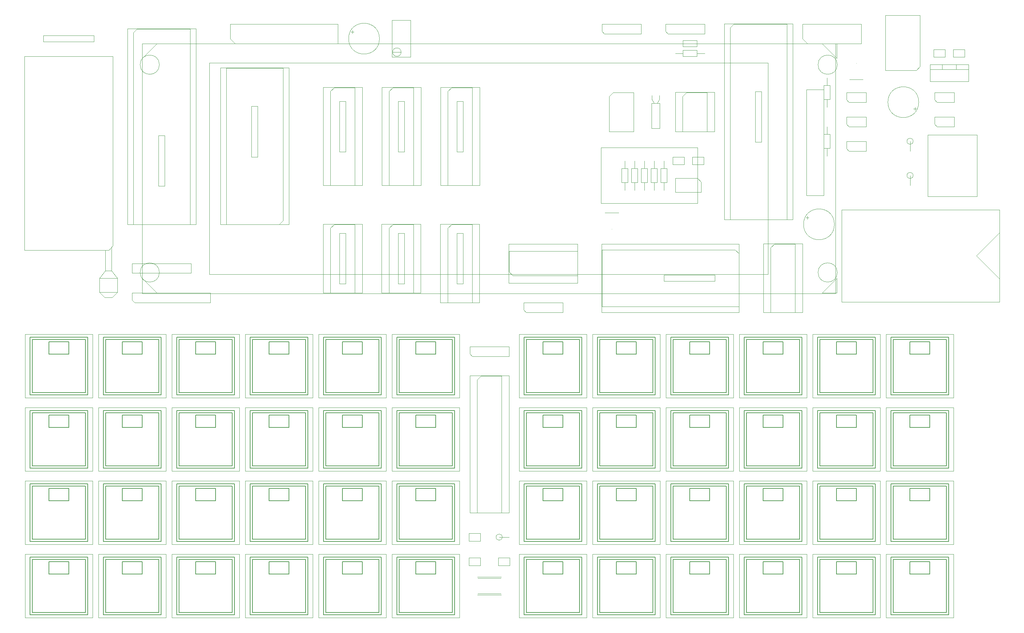
<source format=gbr>
%TF.GenerationSoftware,Novarm,DipTrace,4.3.0.4*%
%TF.CreationDate,2023-07-28T17:07:56+01:00*%
%FSLAX26Y26*%
%MOIN*%
%TF.FileFunction,Drawing,Top*%
%TF.Part,Single*%
%ADD19C,0.003937*%
%ADD22C,0.005906*%
G75*
G01*
%LPD*%
X6977953Y4893701D2*
D19*
Y4972835D1*
X6946457D2*
X7009449D1*
Y5114567D1*
X6946457D2*
Y4972835D1*
X7009449Y5114567D2*
X6946457D1*
X6977953Y5193701D2*
Y5114567D1*
X2972047Y1321654D2*
D22*
Y1864961D1*
Y1321654D2*
X3515354D1*
X3141339Y1715354D2*
Y1841339D1*
Y1715354D2*
X3346063D1*
Y1841339D2*
X3141339D1*
X3346063Y1715354D2*
Y1841339D1*
X3515354Y1864961D2*
X2972047D1*
X3515354D2*
Y1321654D1*
X2948425Y1888583D2*
X3538976D1*
X2948425Y1298031D2*
Y1888583D1*
X3538976D2*
Y1298031D1*
X2948425D1*
X2899213Y1918110D2*
D19*
Y1268504D1*
X3588189D1*
Y1918110D1*
X2899213D1*
X8193701Y4346063D2*
Y3641339D1*
X8593701D1*
X8268701Y4304331D2*
X8308071Y4343701D1*
X8268701Y3643701D2*
Y4304331D1*
X8308071Y4343701D2*
X8518701D1*
Y3643701D1*
X8268701D1*
X8593701Y4346063D2*
X8193701D1*
X8593701Y3641339D2*
Y4346063D1*
X3343701Y4541339D2*
Y6146063D1*
X2643701D1*
X3283661Y4583071D2*
X3244291Y4543701D1*
X3283661Y6143701D2*
Y4583071D1*
X3244291Y4543701D2*
X2703740D1*
Y6143701D1*
X3283661D1*
X2643701Y4541339D2*
X3343701D1*
X2643701Y6146063D2*
Y4541339D1*
X6877953Y5193701D2*
Y5114567D1*
X6909449D2*
X6846457D1*
Y4972835D1*
X6909449D2*
Y5114567D1*
X6846457Y4972835D2*
X6909449D1*
X6877953Y4893701D2*
Y4972835D1*
X8022047Y571654D2*
D22*
Y1114961D1*
Y571654D2*
X8565354D1*
X8191339Y965354D2*
Y1091339D1*
Y965354D2*
X8396063D1*
Y1091339D2*
X8191339D1*
X8396063Y965354D2*
Y1091339D1*
X8565354Y1114961D2*
X8022047D1*
X8565354D2*
Y571654D1*
X7998425Y1138583D2*
X8588976D1*
X7998425Y548031D2*
Y1138583D1*
X8588976D2*
Y548031D1*
X7998425D1*
X7949213Y1168110D2*
D19*
Y518504D1*
X8638189D1*
Y1168110D1*
X7949213D1*
X6535827Y4758268D2*
X7520079D1*
Y5329134D1*
X6535827D1*
Y4758268D1*
X4294094Y5945866D2*
Y4941142D1*
X4694094D1*
X4369094Y5904134D2*
X4408465Y5943504D1*
X4369094Y4943504D2*
Y5904134D1*
X4408465Y5943504D2*
X4619094D1*
Y4943504D1*
X4369094D1*
X4694094Y5945866D2*
X4294094D1*
X4694094Y4941142D2*
Y5945866D1*
X7793504Y6595866D2*
Y4591142D1*
X8493504D1*
X7853543Y6554134D2*
X7892913Y6593504D1*
X7853543Y4593504D2*
Y6554134D1*
X7892913Y6593504D2*
X8433465D1*
Y4593504D1*
X7853543D1*
X8493504Y6595866D2*
X7793504D1*
X8493504Y4591142D2*
Y6595866D1*
X2972047Y2071654D2*
D22*
Y2614961D1*
Y2071654D2*
X3515354D1*
X3141339Y2465354D2*
Y2591339D1*
Y2465354D2*
X3346063D1*
Y2591339D2*
X3141339D1*
X3346063Y2465354D2*
Y2591339D1*
X3515354Y2614961D2*
X2972047D1*
X3515354D2*
Y2071654D1*
X2948425Y2638583D2*
X3538976D1*
X2948425Y2048031D2*
Y2638583D1*
X3538976D2*
Y2048031D1*
X2948425D1*
X2899213Y2668110D2*
D19*
Y2018504D1*
X3588189D1*
Y2668110D1*
X2899213D1*
X5270276Y934843D2*
X5516339D1*
X5270276Y751772D2*
X5516339D1*
X5275197Y922047D2*
X5511417D1*
X5275197Y764567D2*
X5511417D1*
X5270276Y934843D2*
G02X5270276Y934843I0J0D01*
G01*
X5275197Y922047D2*
G02X5275197Y922047I0J0D01*
G01*
X5511417Y764567D2*
G02X5511417Y764567I0J0D01*
G01*
X5516339Y751772D2*
G02X5516339Y751772I0J0D01*
G01*
X9759714Y5724902D2*
X9728218D1*
X9743966Y5709154D2*
Y5740650D1*
X9467323Y5793701D2*
G02X9467323Y5793701I157480J0D01*
G01*
X3722047Y2071654D2*
D22*
Y2614961D1*
Y2071654D2*
X4265354D1*
X3891339Y2465354D2*
Y2591339D1*
Y2465354D2*
X4096063D1*
Y2591339D2*
X3891339D1*
X4096063Y2465354D2*
Y2591339D1*
X4265354Y2614961D2*
X3722047D1*
X4265354D2*
Y2071654D1*
X3698425Y2638583D2*
X4288976D1*
X3698425Y2048031D2*
Y2638583D1*
X4288976D2*
Y2048031D1*
X3698425D1*
X3649213Y2668110D2*
D19*
Y2018504D1*
X4338189D1*
Y2668110D1*
X3649213D1*
X7272047Y2821654D2*
D22*
Y3364961D1*
Y2821654D2*
X7815354D1*
X7441339Y3215354D2*
Y3341339D1*
Y3215354D2*
X7646063D1*
Y3341339D2*
X7441339D1*
X7646063Y3215354D2*
Y3341339D1*
X7815354Y3364961D2*
X7272047D1*
X7815354D2*
Y2821654D1*
X7248425Y3388583D2*
X7838976D1*
X7248425Y2798031D2*
Y3388583D1*
X7838976D2*
Y2798031D1*
X7248425D1*
X7199213Y3418110D2*
D19*
Y2768504D1*
X7888189D1*
Y3418110D1*
X7199213D1*
X8772047Y1321654D2*
D22*
Y1864961D1*
Y1321654D2*
X9315354D1*
X8941339Y1715354D2*
Y1841339D1*
Y1715354D2*
X9146063D1*
Y1841339D2*
X8941339D1*
X9146063Y1715354D2*
Y1841339D1*
X9315354Y1864961D2*
X8772047D1*
X9315354D2*
Y1321654D1*
X8748425Y1888583D2*
X9338976D1*
X8748425Y1298031D2*
Y1888583D1*
X9338976D2*
Y1298031D1*
X8748425D1*
X8699213Y1918110D2*
D19*
Y1268504D1*
X9388189D1*
Y1918110D1*
X8699213D1*
X3977688Y6512500D2*
X4009184D1*
X3993436Y6528248D2*
Y6496752D1*
X3955118Y6443701D2*
G02X3955118Y6443701I157480J0D01*
G01*
X7272047Y1321654D2*
D22*
Y1864961D1*
Y1321654D2*
X7815354D1*
X7441339Y1715354D2*
Y1841339D1*
Y1715354D2*
X7646063D1*
Y1841339D2*
X7441339D1*
X7646063Y1715354D2*
Y1841339D1*
X7815354Y1864961D2*
X7272047D1*
X7815354D2*
Y1321654D1*
X7248425Y1888583D2*
X7838976D1*
X7248425Y1298031D2*
Y1888583D1*
X7838976D2*
Y1298031D1*
X7248425D1*
X7199213Y1918110D2*
D19*
Y1268504D1*
X7888189D1*
Y1918110D1*
X7199213D1*
X4472047Y1321654D2*
D22*
Y1864961D1*
Y1321654D2*
X5015354D1*
X4641339Y1715354D2*
Y1841339D1*
Y1715354D2*
X4846063D1*
Y1841339D2*
X4641339D1*
X4846063Y1715354D2*
Y1841339D1*
X5015354Y1864961D2*
X4472047D1*
X5015354D2*
Y1321654D1*
X4448425Y1888583D2*
X5038976D1*
X4448425Y1298031D2*
Y1888583D1*
X5038976D2*
Y1298031D1*
X4448425D1*
X4399213Y1918110D2*
D19*
Y1268504D1*
X5088189D1*
Y1918110D1*
X4399213D1*
X2972047Y2821654D2*
D22*
Y3364961D1*
Y2821654D2*
X3515354D1*
X3141339Y3215354D2*
Y3341339D1*
Y3215354D2*
X3346063D1*
Y3341339D2*
X3141339D1*
X3346063Y3215354D2*
Y3341339D1*
X3515354Y3364961D2*
X2972047D1*
X3515354D2*
Y2821654D1*
X2948425Y3388583D2*
X3538976D1*
X2948425Y2798031D2*
Y3388583D1*
X3538976D2*
Y2798031D1*
X2948425D1*
X2899213Y3418110D2*
D19*
Y2768504D1*
X3588189D1*
Y3418110D1*
X2899213D1*
X7272047Y2071654D2*
D22*
Y2614961D1*
Y2071654D2*
X7815354D1*
X7441339Y2465354D2*
Y2591339D1*
Y2465354D2*
X7646063D1*
Y2591339D2*
X7441339D1*
X7646063Y2465354D2*
Y2591339D1*
X7815354Y2614961D2*
X7272047D1*
X7815354D2*
Y2071654D1*
X7248425Y2638583D2*
X7838976D1*
X7248425Y2048031D2*
Y2638583D1*
X7838976D2*
Y2048031D1*
X7248425D1*
X7199213Y2668110D2*
D19*
Y2018504D1*
X7888189D1*
Y2668110D1*
X7199213D1*
X9522047Y2071654D2*
D22*
Y2614961D1*
Y2071654D2*
X10065354D1*
X9691339Y2465354D2*
Y2591339D1*
Y2465354D2*
X9896063D1*
Y2591339D2*
X9691339D1*
X9896063Y2465354D2*
Y2591339D1*
X10065354Y2614961D2*
X9522047D1*
X10065354D2*
Y2071654D1*
X9498425Y2638583D2*
X10088976D1*
X9498425Y2048031D2*
Y2638583D1*
X10088976D2*
Y2048031D1*
X9498425D1*
X9449213Y2668110D2*
D19*
Y2018504D1*
X10138189D1*
Y2668110D1*
X9449213D1*
X9074016Y6024803D2*
X9211811D1*
X9143701Y6191339D2*
G02X9143701Y6191339I0J0D01*
G01*
X9212741Y6024660D2*
G02X9212741Y6024660I0J0D01*
G01*
X7268110Y5233071D2*
Y5154331D1*
X7386220D1*
Y5233071D2*
X7268110D1*
X7386220Y5154331D2*
Y5233071D1*
X5772047Y1321654D2*
D22*
Y1864961D1*
Y1321654D2*
X6315354D1*
X5941339Y1715354D2*
Y1841339D1*
Y1715354D2*
X6146063D1*
Y1841339D2*
X5941339D1*
X6146063Y1715354D2*
Y1841339D1*
X6315354Y1864961D2*
X5772047D1*
X6315354D2*
Y1321654D1*
X5748425Y1888583D2*
X6338976D1*
X5748425Y1298031D2*
Y1888583D1*
X6338976D2*
Y1298031D1*
X5748425D1*
X5699213Y1918110D2*
D19*
Y1268504D1*
X6388189D1*
Y1918110D1*
X5699213D1*
X3722047Y1321654D2*
D22*
Y1864961D1*
Y1321654D2*
X4265354D1*
X3891339Y1715354D2*
Y1841339D1*
Y1715354D2*
X4096063D1*
Y1841339D2*
X3891339D1*
X4096063Y1715354D2*
Y1841339D1*
X4265354Y1864961D2*
X3722047D1*
X4265354D2*
Y1321654D1*
X3698425Y1888583D2*
X4288976D1*
X3698425Y1298031D2*
Y1888583D1*
X4288976D2*
Y1298031D1*
X3698425D1*
X3649213Y1918110D2*
D19*
Y1268504D1*
X4338189D1*
Y1918110D1*
X3649213D1*
X5183858Y1382677D2*
Y1303937D1*
X5301969D1*
Y1382677D2*
X5183858D1*
X5301969Y1303937D2*
Y1382677D1*
X3722047Y571654D2*
D22*
Y1114961D1*
Y571654D2*
X4265354D1*
X3891339Y965354D2*
Y1091339D1*
Y965354D2*
X4096063D1*
Y1091339D2*
X3891339D1*
X4096063Y965354D2*
Y1091339D1*
X4265354Y1114961D2*
X3722047D1*
X4265354D2*
Y571654D1*
X3698425Y1138583D2*
X4288976D1*
X3698425Y548031D2*
Y1138583D1*
X4288976D2*
Y548031D1*
X3698425D1*
X3649213Y1168110D2*
D19*
Y518504D1*
X4338189D1*
Y1168110D1*
X3649213D1*
X7219094Y6493701D2*
X7194094Y6518701D1*
X7594094Y6493701D2*
X7219094D1*
X7194094Y6518701D2*
Y6593701D1*
X7594094D1*
Y6493701D1*
X1472047Y2821654D2*
D22*
Y3364961D1*
Y2821654D2*
X2015354D1*
X1641339Y3215354D2*
Y3341339D1*
Y3215354D2*
X1846063D1*
Y3341339D2*
X1641339D1*
X1846063Y3215354D2*
Y3341339D1*
X2015354Y3364961D2*
X1472047D1*
X2015354D2*
Y2821654D1*
X1448425Y3388583D2*
X2038976D1*
X1448425Y2798031D2*
Y3388583D1*
X2038976D2*
Y2798031D1*
X1448425D1*
X1399213Y3418110D2*
D19*
Y2768504D1*
X2088189D1*
Y3418110D1*
X1399213D1*
X2793701Y6393701D2*
X2743701Y6443701D1*
X3843701Y6393701D2*
X2793701D1*
X2743701Y6443701D2*
Y6593701D1*
X3843701D1*
Y6393701D1*
X5218701Y3193307D2*
X5193701Y3218307D1*
X5593701Y3193307D2*
X5218701D1*
X5193701Y3218307D2*
Y3293307D1*
X5593701D1*
Y3193307D1*
X8022047Y1321654D2*
D22*
Y1864961D1*
Y1321654D2*
X8565354D1*
X8191339Y1715354D2*
Y1841339D1*
Y1715354D2*
X8396063D1*
Y1841339D2*
X8191339D1*
X8396063Y1715354D2*
Y1841339D1*
X8565354Y1864961D2*
X8022047D1*
X8565354D2*
Y1321654D1*
X7998425Y1888583D2*
X8588976D1*
X7998425Y1298031D2*
Y1888583D1*
X8588976D2*
Y1298031D1*
X7998425D1*
X7949213Y1918110D2*
D19*
Y1268504D1*
X8638189D1*
Y1918110D1*
X7949213D1*
X6619094Y5853937D2*
X6658465Y5893307D1*
X6619094Y5493307D2*
Y5853937D1*
X6658465Y5893307D2*
X6869094D1*
Y5493307D1*
X6619094D1*
X8772047Y2821654D2*
D22*
Y3364961D1*
Y2821654D2*
X9315354D1*
X8941339Y3215354D2*
Y3341339D1*
Y3215354D2*
X9146063D1*
Y3341339D2*
X8941339D1*
X9146063Y3215354D2*
Y3341339D1*
X9315354Y3364961D2*
X8772047D1*
X9315354D2*
Y2821654D1*
X8748425Y3388583D2*
X9338976D1*
X8748425Y2798031D2*
Y3388583D1*
X9338976D2*
Y2798031D1*
X8748425D1*
X8699213Y3418110D2*
D19*
Y2768504D1*
X9388189D1*
Y3418110D1*
X8699213D1*
X3925197Y4453543D2*
X3862205D1*
Y3935433D1*
X3925197D2*
Y4453543D1*
X3862205Y3935433D2*
X3925197D1*
X1472047Y571654D2*
D22*
Y1114961D1*
Y571654D2*
X2015354D1*
X1641339Y965354D2*
Y1091339D1*
Y965354D2*
X1846063D1*
Y1091339D2*
X1641339D1*
X1846063Y965354D2*
Y1091339D1*
X2015354Y1114961D2*
X1472047D1*
X2015354D2*
Y571654D1*
X1448425Y1138583D2*
X2038976D1*
X1448425Y548031D2*
Y1138583D1*
X2038976D2*
Y548031D1*
X1448425D1*
X1399213Y1168110D2*
D19*
Y518504D1*
X2088189D1*
Y1168110D1*
X1399213D1*
X1693504Y6546063D2*
Y4541339D1*
X2393504D1*
X1753543Y6504331D2*
X1792913Y6543701D1*
X1753543Y4543701D2*
Y6504331D1*
X1792913Y6543701D2*
X2333465D1*
Y4543701D1*
X1753543D1*
X2393504Y6546063D2*
X1693504D1*
X2393504Y4541339D2*
Y6546063D1*
X5772047Y2821654D2*
D22*
Y3364961D1*
Y2821654D2*
X6315354D1*
X5941339Y3215354D2*
Y3341339D1*
Y3215354D2*
X6146063D1*
Y3341339D2*
X5941339D1*
X6146063Y3215354D2*
Y3341339D1*
X6315354Y3364961D2*
X5772047D1*
X6315354D2*
Y2821654D1*
X5748425Y3388583D2*
X6338976D1*
X5748425Y2798031D2*
Y3388583D1*
X6338976D2*
Y2798031D1*
X5748425D1*
X5699213Y3418110D2*
D19*
Y2768504D1*
X6388189D1*
Y3418110D1*
X5699213D1*
X6522047Y2821654D2*
D22*
Y3364961D1*
Y2821654D2*
X7065354D1*
X6691339Y3215354D2*
Y3341339D1*
Y3215354D2*
X6896063D1*
Y3341339D2*
X6691339D1*
X6896063Y3215354D2*
Y3341339D1*
X7065354Y3364961D2*
X6522047D1*
X7065354D2*
Y2821654D1*
X6498425Y3388583D2*
X7088976D1*
X6498425Y2798031D2*
Y3388583D1*
X7088976D2*
Y2798031D1*
X6498425D1*
X6449213Y3418110D2*
D19*
Y2768504D1*
X7138189D1*
Y3418110D1*
X6449213D1*
X8627688Y4612500D2*
X8659184D1*
X8643436Y4628248D2*
Y4596752D1*
X8605118Y4543701D2*
G02X8605118Y4543701I157480J0D01*
G01*
X7593701Y6393701D2*
X7514567D1*
Y6362205D2*
Y6425197D1*
X7372835D1*
Y6362205D2*
X7514567D1*
X7372835Y6425197D2*
Y6362205D1*
X7293701Y6393701D2*
X7372835D1*
X7179134Y4025197D2*
Y3962205D1*
X7697244D1*
Y4025197D2*
X7179134D1*
X7697244Y3962205D2*
Y4025197D1*
X5193701Y2995669D2*
Y1590945D1*
X5593701D1*
X5268701Y2953937D2*
X5308071Y2993307D1*
X5268701Y1593307D2*
Y2953937D1*
X5308071Y2993307D2*
X5518701D1*
Y1593307D1*
X5268701D1*
X5593701Y2995669D2*
X5193701D1*
X5593701Y1590945D2*
Y2995669D1*
X7077953Y5193701D2*
Y5114567D1*
X7109449D2*
X7046457D1*
Y4972835D1*
X7109449D2*
Y5114567D1*
X7046457Y4972835D2*
X7109449D1*
X7077953Y4893701D2*
Y4972835D1*
X7468110Y5233071D2*
Y5154331D1*
X7586220D1*
Y5233071D2*
X7468110D1*
X7586220Y5154331D2*
Y5233071D1*
X4472047Y2821654D2*
D22*
Y3364961D1*
Y2821654D2*
X5015354D1*
X4641339Y3215354D2*
Y3341339D1*
Y3215354D2*
X4846063D1*
Y3341339D2*
X4641339D1*
X4846063Y3215354D2*
Y3341339D1*
X5015354Y3364961D2*
X4472047D1*
X5015354D2*
Y2821654D1*
X4448425Y3388583D2*
X5038976D1*
X4448425Y2798031D2*
Y3388583D1*
X5038976D2*
Y2798031D1*
X4448425D1*
X4399213Y3418110D2*
D19*
Y2768504D1*
X5088189D1*
Y3418110D1*
X4399213D1*
X8772047Y2071654D2*
D22*
Y2614961D1*
Y2071654D2*
X9315354D1*
X8941339Y2465354D2*
Y2591339D1*
Y2465354D2*
X9146063D1*
Y2591339D2*
X8941339D1*
X9146063Y2465354D2*
Y2591339D1*
X9315354Y2614961D2*
X8772047D1*
X9315354D2*
Y2071654D1*
X8748425Y2638583D2*
X9338976D1*
X8748425Y2048031D2*
Y2638583D1*
X9338976D2*
Y2048031D1*
X8748425D1*
X8699213Y2668110D2*
D19*
Y2018504D1*
X9388189D1*
Y2668110D1*
X8699213D1*
X3693701Y4546063D2*
Y3841339D1*
X4093701D1*
X3768701Y4504331D2*
X3808071Y4543701D1*
X3768701Y3843701D2*
Y4504331D1*
X3808071Y4543701D2*
X4018701D1*
Y3843701D1*
X3768701D1*
X4093701Y4546063D2*
X3693701D1*
X4093701Y3841339D2*
Y4546063D1*
X8843701Y6043701D2*
Y5964567D1*
X8875197D2*
X8812205D1*
Y5822835D1*
X8875197D2*
Y5964567D1*
X8812205Y5822835D2*
X8875197D1*
X8843701Y5743701D2*
Y5822835D1*
X9693701Y5393701D2*
Y5293701D1*
X9662205Y5393701D2*
G02X9662205Y5393701I31496J0D01*
G01*
X1590551Y3849213D2*
Y3990945D1*
Y3849213D2*
X1539370Y3794094D1*
X1590551Y3990945D2*
X1531496Y4069685D1*
X1590551Y3990945D2*
X1409449D1*
X1544488Y4324016D2*
X1505906Y4278346D1*
X1544488Y6262598D2*
Y4324016D1*
X1539370Y3794094D2*
X1460630D1*
X1531496Y4069685D2*
X1468504D1*
X1531496Y4310236D2*
Y4069685D1*
X1505906Y4278346D2*
X642913D1*
X1468504Y4069685D2*
Y4278346D1*
X1460630Y3794094D2*
X1409449Y3849213D1*
X1590551D1*
X1409449Y3990945D2*
X1468504Y4069685D1*
X1409449Y3990945D2*
Y3849213D1*
X642913Y4278346D2*
Y6262598D1*
X1544488D1*
X1472047Y2071654D2*
D22*
Y2614961D1*
Y2071654D2*
X2015354D1*
X1641339Y2465354D2*
Y2591339D1*
Y2465354D2*
X1846063D1*
Y2591339D2*
X1641339D1*
X1846063Y2465354D2*
Y2591339D1*
X2015354Y2614961D2*
X1472047D1*
X2015354D2*
Y2071654D1*
X1448425Y2638583D2*
X2038976D1*
X1448425Y2048031D2*
Y2638583D1*
X2038976D2*
Y2048031D1*
X1448425D1*
X1399213Y2668110D2*
D19*
Y2018504D1*
X2088189D1*
Y2668110D1*
X1399213D1*
X1472047Y1321654D2*
D22*
Y1864961D1*
Y1321654D2*
X2015354D1*
X1641339Y1715354D2*
Y1841339D1*
Y1715354D2*
X1846063D1*
Y1841339D2*
X1641339D1*
X1846063Y1715354D2*
Y1841339D1*
X2015354Y1864961D2*
X1472047D1*
X2015354D2*
Y1321654D1*
X1448425Y1888583D2*
X2038976D1*
X1448425Y1298031D2*
Y1888583D1*
X2038976D2*
Y1298031D1*
X1448425D1*
X1399213Y1918110D2*
D19*
Y1268504D1*
X2088189D1*
Y1918110D1*
X1399213D1*
X5591339Y3943701D2*
X6296063D1*
Y4343701D1*
X5633071Y4018701D2*
X5593701Y4058071D1*
X6293701Y4018701D2*
X5633071D1*
X5593701Y4058071D2*
Y4268701D1*
X6293701D1*
Y4018701D1*
X5591339Y4343701D2*
Y3943701D1*
X6296063Y4343701D2*
X5591339D1*
X8772047Y571654D2*
D22*
Y1114961D1*
Y571654D2*
X9315354D1*
X8941339Y965354D2*
Y1091339D1*
Y965354D2*
X9146063D1*
Y1091339D2*
X8941339D1*
X9146063Y965354D2*
Y1091339D1*
X9315354Y1114961D2*
X8772047D1*
X9315354D2*
Y571654D1*
X8748425Y1138583D2*
X9338976D1*
X8748425Y548031D2*
Y1138583D1*
X9338976D2*
Y548031D1*
X8748425D1*
X8699213Y1168110D2*
D19*
Y518504D1*
X9388189D1*
Y1168110D1*
X8699213D1*
X9068701Y5293701D2*
X9043701Y5318701D1*
X9243701Y5293701D2*
X9068701D1*
X9043701Y5318701D2*
Y5393701D1*
X9243701D1*
Y5293701D1*
X3693701Y5946063D2*
Y4941339D1*
X4093701D1*
X3768701Y5904331D2*
X3808071Y5943701D1*
X3768701Y4943701D2*
Y5904331D1*
X3808071Y5943701D2*
X4018701D1*
Y4943701D1*
X3768701D1*
X4093701Y5946063D2*
X3693701D1*
X4093701Y4941339D2*
Y5946063D1*
X2222047Y2821654D2*
D22*
Y3364961D1*
Y2821654D2*
X2765354D1*
X2391339Y3215354D2*
Y3341339D1*
Y3215354D2*
X2596063D1*
Y3341339D2*
X2391339D1*
X2596063Y3215354D2*
Y3341339D1*
X2765354Y3364961D2*
X2222047D1*
X2765354D2*
Y2821654D1*
X2198425Y3388583D2*
X2788976D1*
X2198425Y2798031D2*
Y3388583D1*
X2788976D2*
Y2798031D1*
X2198425D1*
X2149213Y3418110D2*
D19*
Y2768504D1*
X2838189D1*
Y3418110D1*
X2149213D1*
X9874409Y4829134D2*
Y5459055D1*
X10378346Y4829134D2*
X9874409D1*
Y5459055D2*
X10378346D1*
Y4829134D1*
X2972047Y571654D2*
D22*
Y1114961D1*
Y571654D2*
X3515354D1*
X3141339Y965354D2*
Y1091339D1*
Y965354D2*
X3346063D1*
Y1091339D2*
X3141339D1*
X3346063Y965354D2*
Y1091339D1*
X3515354Y1114961D2*
X2972047D1*
X3515354D2*
Y571654D1*
X2948425Y1138583D2*
X3538976D1*
X2948425Y548031D2*
Y1138583D1*
X3538976D2*
Y548031D1*
X2948425D1*
X2899213Y1168110D2*
D19*
Y518504D1*
X3588189D1*
Y1168110D1*
X2899213D1*
X8843701Y5543701D2*
Y5464567D1*
X8875197D2*
X8812205D1*
Y5322835D1*
X8875197D2*
Y5464567D1*
X8812205Y5322835D2*
X8875197D1*
X8843701Y5243701D2*
Y5322835D1*
X6777953Y5193701D2*
Y5114567D1*
X6809449D2*
X6746457D1*
Y4972835D1*
X6809449D2*
Y5114567D1*
X6746457Y4972835D2*
X6809449D1*
X6777953Y4893701D2*
Y4972835D1*
X2075000Y5452756D2*
X2012008D1*
Y4934646D1*
X2075000D2*
Y5452756D1*
X2012008Y4934646D2*
X2075000D1*
X4472047Y571654D2*
D22*
Y1114961D1*
Y571654D2*
X5015354D1*
X4641339Y965354D2*
Y1091339D1*
Y965354D2*
X4846063D1*
Y1091339D2*
X4641339D1*
X4846063Y965354D2*
Y1091339D1*
X5015354Y1114961D2*
X4472047D1*
X5015354D2*
Y571654D1*
X4448425Y1138583D2*
X5038976D1*
X4448425Y548031D2*
Y1138583D1*
X5038976D2*
Y548031D1*
X4448425D1*
X4399213Y1168110D2*
D19*
Y518504D1*
X5088189D1*
Y1168110D1*
X4399213D1*
X2222047Y1321654D2*
D22*
Y1864961D1*
Y1321654D2*
X2765354D1*
X2391339Y1715354D2*
Y1841339D1*
Y1715354D2*
X2596063D1*
Y1841339D2*
X2391339D1*
X2596063Y1715354D2*
Y1841339D1*
X2765354Y1864961D2*
X2222047D1*
X2765354D2*
Y1321654D1*
X2198425Y1888583D2*
X2788976D1*
X2198425Y1298031D2*
Y1888583D1*
X2788976D2*
Y1298031D1*
X2198425D1*
X2149213Y1918110D2*
D19*
Y1268504D1*
X2838189D1*
Y1918110D1*
X2149213D1*
X8643701Y6393504D2*
X8593701Y6443504D1*
X9193701Y6393504D2*
X8643701D1*
X8593701Y6443504D2*
Y6593504D1*
X9193701D1*
Y6393504D1*
X8993701Y4693701D2*
X10607874D1*
X8993701Y3748819D2*
Y4693701D1*
X10371654Y4221260D2*
X10607874Y3985039D1*
Y4693701D2*
Y3748819D1*
Y4457480D2*
X10371654Y4221260D1*
X10607874Y3748819D2*
X8993701D1*
X8022047Y2821654D2*
D22*
Y3364961D1*
Y2821654D2*
X8565354D1*
X8191339Y3215354D2*
Y3341339D1*
Y3215354D2*
X8396063D1*
Y3341339D2*
X8191339D1*
X8396063Y3215354D2*
Y3341339D1*
X8565354Y3364961D2*
X8022047D1*
X8565354D2*
Y2821654D1*
X7998425Y3388583D2*
X8588976D1*
X7998425Y2798031D2*
Y3388583D1*
X8588976D2*
Y2798031D1*
X7998425D1*
X7949213Y3418110D2*
D19*
Y2768504D1*
X8638189D1*
Y3418110D1*
X7949213D1*
X9522047Y571654D2*
D22*
Y1114961D1*
Y571654D2*
X10065354D1*
X9691339Y965354D2*
Y1091339D1*
Y965354D2*
X9896063D1*
Y1091339D2*
X9691339D1*
X9896063Y965354D2*
Y1091339D1*
X10065354Y1114961D2*
X9522047D1*
X10065354D2*
Y571654D1*
X9498425Y1138583D2*
X10088976D1*
X9498425Y548031D2*
Y1138583D1*
X10088976D2*
Y548031D1*
X9498425D1*
X9449213Y1168110D2*
D19*
Y518504D1*
X10138189D1*
Y1168110D1*
X9449213D1*
X9933858Y6333071D2*
Y6254331D1*
X10051969D1*
Y6333071D2*
X9933858D1*
X10051969Y6254331D2*
Y6333071D1*
X722047Y1321654D2*
D22*
Y1864961D1*
Y1321654D2*
X1265354D1*
X891339Y1715354D2*
Y1841339D1*
Y1715354D2*
X1096063D1*
Y1841339D2*
X891339D1*
X1096063Y1715354D2*
Y1841339D1*
X1265354Y1864961D2*
X722047D1*
X1265354D2*
Y1321654D1*
X698425Y1888583D2*
X1288976D1*
X698425Y1298031D2*
Y1888583D1*
X1288976D2*
Y1298031D1*
X698425D1*
X649213Y1918110D2*
D19*
Y1268504D1*
X1338189D1*
Y1918110D1*
X649213D1*
X9796457Y6159449D2*
X9757087Y6120079D1*
X9796457Y6683071D2*
Y6159449D1*
X9442126Y6120079D2*
X9757087D1*
X9442126D2*
Y6683071D1*
X9796457D1*
X4472047Y2071654D2*
D22*
Y2614961D1*
Y2071654D2*
X5015354D1*
X4641339Y2465354D2*
Y2591339D1*
Y2465354D2*
X4846063D1*
Y2591339D2*
X4641339D1*
X4846063Y2465354D2*
Y2591339D1*
X5015354Y2614961D2*
X4472047D1*
X5015354D2*
Y2071654D1*
X4448425Y2638583D2*
X5038976D1*
X4448425Y2048031D2*
Y2638583D1*
X5038976D2*
Y2048031D1*
X4448425D1*
X4399213Y2668110D2*
D19*
Y2018504D1*
X5088189D1*
Y2668110D1*
X4399213D1*
X4525197Y4453543D2*
X4462205D1*
Y3935433D1*
X4525197D2*
Y4453543D1*
X4462205Y3935433D2*
X4525197D1*
X9896850Y6180512D2*
Y6007283D1*
Y6130512D2*
X10290551D1*
X9896850Y6007283D2*
X10290551D1*
X10020866Y6180512D2*
Y6130512D1*
X10166535Y6180512D2*
Y6130512D1*
X10290551Y6180512D2*
X9896850D1*
X10290551Y6007283D2*
Y6180512D1*
X5125197Y4453543D2*
X5062205D1*
Y3935433D1*
X5125197D2*
Y4453543D1*
X5062205Y3935433D2*
X5125197D1*
X6522047Y1321654D2*
D22*
Y1864961D1*
Y1321654D2*
X7065354D1*
X6691339Y1715354D2*
Y1841339D1*
Y1715354D2*
X6896063D1*
Y1841339D2*
X6691339D1*
X6896063Y1715354D2*
Y1841339D1*
X7065354Y1864961D2*
X6522047D1*
X7065354D2*
Y1321654D1*
X6498425Y1888583D2*
X7088976D1*
X6498425Y1298031D2*
Y1888583D1*
X7088976D2*
Y1298031D1*
X6498425D1*
X6449213Y1918110D2*
D19*
Y1268504D1*
X7138189D1*
Y1918110D1*
X6449213D1*
X4293307Y4545866D2*
Y3841142D1*
X4693307D1*
X4368307Y4504134D2*
X4407677Y4543504D1*
X4368307Y3843504D2*
Y4504134D1*
X4407677Y4543504D2*
X4618307D1*
Y3843504D1*
X4368307D1*
X4693307Y4545866D2*
X4293307D1*
X4693307Y3841142D2*
Y4545866D1*
X5483858Y1132677D2*
Y1053937D1*
X5601969D1*
Y1132677D2*
X5483858D1*
X5601969Y1053937D2*
Y1132677D1*
X6522047Y571654D2*
D22*
Y1114961D1*
Y571654D2*
X7065354D1*
X6691339Y965354D2*
Y1091339D1*
Y965354D2*
X6896063D1*
Y1091339D2*
X6691339D1*
X6896063Y965354D2*
Y1091339D1*
X7065354Y1114961D2*
X6522047D1*
X7065354D2*
Y571654D1*
X6498425Y1138583D2*
X7088976D1*
X6498425Y548031D2*
Y1138583D1*
X7088976D2*
Y548031D1*
X6498425D1*
X6449213Y1168110D2*
D19*
Y518504D1*
X7138189D1*
Y1168110D1*
X6449213D1*
X6713386Y4662598D2*
X6575591D1*
X6643701Y4496063D2*
G02X6643701Y4496063I0J0D01*
G01*
X6574660Y4662741D2*
G02X6574660Y4662741I0J0D01*
G01*
X9693701Y5043701D2*
Y4943701D1*
X9662205Y5043701D2*
G02X9662205Y5043701I31496J0D01*
G01*
X3925197Y5803543D2*
X3862205D1*
Y5285433D1*
X3925197D2*
Y5803543D1*
X3862205Y5285433D2*
X3925197D1*
X9068701Y5543701D2*
X9043701Y5568701D1*
X9243701Y5543701D2*
X9068701D1*
X9043701Y5568701D2*
Y5643701D1*
X9243701D1*
Y5543701D1*
X5772047Y571654D2*
D22*
Y1114961D1*
Y571654D2*
X6315354D1*
X5941339Y965354D2*
Y1091339D1*
Y965354D2*
X6146063D1*
Y1091339D2*
X5941339D1*
X6146063Y965354D2*
Y1091339D1*
X6315354Y1114961D2*
X5772047D1*
X6315354D2*
Y571654D1*
X5748425Y1138583D2*
X6338976D1*
X5748425Y548031D2*
Y1138583D1*
X6338976D2*
Y548031D1*
X5748425D1*
X5699213Y1168110D2*
D19*
Y518504D1*
X6388189D1*
Y1168110D1*
X5699213D1*
X7177953Y5193701D2*
Y5114567D1*
X7209449D2*
X7146457D1*
Y4972835D1*
X7209449D2*
Y5114567D1*
X7146457Y4972835D2*
X7209449D1*
X7177953Y4893701D2*
Y4972835D1*
X1843701Y6393701D2*
Y6243701D1*
X1993701Y6393701D1*
X1843701Y3993701D2*
X1993701Y3843701D1*
X1843701D2*
Y3993701D1*
X1993701Y6393701D2*
X1843701D1*
X1993701Y3843701D2*
X1843701D1*
X8793701Y6393701D2*
X8943701Y6243701D1*
X8793701Y3843701D2*
X8943701D1*
Y6393701D2*
X8793701D1*
X8943701Y6243701D2*
Y6393701D1*
Y3993701D2*
X8793701Y3843701D1*
X8943701D2*
Y3993701D1*
X1843701Y6393701D2*
Y3834646D1*
X8930315D1*
Y6393701D1*
X1843701D1*
X2532677Y6196850D2*
Y4031496D1*
X8241339D1*
Y6196850D1*
X2532677D1*
X8635039Y5921260D2*
Y4838583D1*
X8812205D1*
Y5921260D1*
X8635039D1*
X1824016Y6177165D2*
G02X1824016Y6177165I98425J0D01*
G01*
Y4051181D2*
G02X1824016Y4051181I98425J0D01*
G01*
X8753150Y6177165D2*
G02X8753150Y6177165I98425J0D01*
G01*
Y4051181D2*
G02X8753150Y4051181I98425J0D01*
G01*
X4894094Y5945866D2*
Y4941142D1*
X5294094D1*
X4969094Y5904134D2*
X5008465Y5943504D1*
X4969094Y4943504D2*
Y5904134D1*
X5008465Y5943504D2*
X5219094D1*
Y4943504D1*
X4969094D1*
X5294094Y5945866D2*
X4894094D1*
X5294094Y4941142D2*
Y5945866D1*
X722047Y2821654D2*
D22*
Y3364961D1*
Y2821654D2*
X1265354D1*
X891339Y3215354D2*
Y3341339D1*
Y3215354D2*
X1096063D1*
Y3341339D2*
X891339D1*
X1096063Y3215354D2*
Y3341339D1*
X1265354Y3364961D2*
X722047D1*
X1265354D2*
Y2821654D1*
X698425Y3388583D2*
X1288976D1*
X698425Y2798031D2*
Y3388583D1*
X1288976D2*
Y2798031D1*
X698425D1*
X649213Y3418110D2*
D19*
Y2768504D1*
X1338189D1*
Y3418110D1*
X649213D1*
X1768110Y3743701D2*
X1743110Y3768701D1*
X2543110Y3743701D2*
X1768110D1*
X1743110Y3768701D2*
Y3843701D1*
X2543110D1*
Y3743701D1*
X8022047Y2071654D2*
D22*
Y2614961D1*
Y2071654D2*
X8565354D1*
X8191339Y2465354D2*
Y2591339D1*
Y2465354D2*
X8396063D1*
Y2591339D2*
X8191339D1*
X8396063Y2465354D2*
Y2591339D1*
X8565354Y2614961D2*
X8022047D1*
X8565354D2*
Y2071654D1*
X7998425Y2638583D2*
X8588976D1*
X7998425Y2048031D2*
Y2638583D1*
X8588976D2*
Y2048031D1*
X7998425D1*
X7949213Y2668110D2*
D19*
Y2018504D1*
X8638189D1*
Y2668110D1*
X7949213D1*
X9968701Y5793701D2*
X9943701Y5818701D1*
X10143701Y5793701D2*
X9968701D1*
X9943701Y5818701D2*
Y5893701D1*
X10143701D1*
Y5793701D1*
X7272047Y571654D2*
D22*
Y1114961D1*
Y571654D2*
X7815354D1*
X7441339Y965354D2*
Y1091339D1*
Y965354D2*
X7646063D1*
Y1091339D2*
X7441339D1*
X7646063Y965354D2*
Y1091339D1*
X7815354Y1114961D2*
X7272047D1*
X7815354D2*
Y571654D1*
X7248425Y1138583D2*
X7838976D1*
X7248425Y548031D2*
Y1138583D1*
X7838976D2*
Y548031D1*
X7248425D1*
X7199213Y1168110D2*
D19*
Y518504D1*
X7888189D1*
Y1168110D1*
X7199213D1*
X7294094Y5895669D2*
Y5490945D1*
X7694094D1*
X7369094Y5853937D2*
X7408465Y5893307D1*
X7369094Y5493307D2*
Y5853937D1*
X7408465Y5893307D2*
X7619094D1*
Y5493307D1*
X7369094D1*
X7694094Y5895669D2*
X7294094D1*
X7694094Y5490945D2*
Y5895669D1*
X5772047Y2071654D2*
D22*
Y2614961D1*
Y2071654D2*
X6315354D1*
X5941339Y2465354D2*
Y2591339D1*
Y2465354D2*
X6146063D1*
Y2591339D2*
X5941339D1*
X6146063Y2465354D2*
Y2591339D1*
X6315354Y2614961D2*
X5772047D1*
X6315354D2*
Y2071654D1*
X5748425Y2638583D2*
X6338976D1*
X5748425Y2048031D2*
Y2638583D1*
X6338976D2*
Y2048031D1*
X5748425D1*
X5699213Y2668110D2*
D19*
Y2018504D1*
X6388189D1*
Y2668110D1*
X5699213D1*
X8112205Y5384646D2*
X8175197D1*
Y5902756D1*
X8112205D2*
Y5384646D1*
X8175197Y5902756D2*
X8112205D1*
X4893307Y4545866D2*
Y3741142D1*
X5293307D1*
X4968307Y4504134D2*
X5007677Y4543504D1*
X4968307Y3743504D2*
Y4504134D1*
X5007677Y4543504D2*
X5218307D1*
Y3743504D1*
X4968307D1*
X5293307Y4545866D2*
X4893307D1*
X5293307Y3741142D2*
Y4545866D1*
X6568701Y6493701D2*
X6543701Y6518701D1*
X6943701Y6493701D2*
X6568701D1*
X6543701Y6518701D2*
Y6593701D1*
X6943701D1*
Y6493701D1*
X3722047Y2821654D2*
D22*
Y3364961D1*
Y2821654D2*
X4265354D1*
X3891339Y3215354D2*
Y3341339D1*
Y3215354D2*
X4096063D1*
Y3341339D2*
X3891339D1*
X4096063Y3215354D2*
Y3341339D1*
X4265354Y3364961D2*
X3722047D1*
X4265354D2*
Y2821654D1*
X3698425Y3388583D2*
X4288976D1*
X3698425Y2798031D2*
Y3388583D1*
X4288976D2*
Y2798031D1*
X3698425D1*
X3649213Y3418110D2*
D19*
Y2768504D1*
X4338189D1*
Y3418110D1*
X3649213D1*
X5125197Y5803543D2*
X5062205D1*
Y5285433D1*
X5125197D2*
Y5803543D1*
X5062205Y5285433D2*
X5125197D1*
X9968701Y5543701D2*
X9943701Y5568701D1*
X10143701Y5543701D2*
X9968701D1*
X9943701Y5568701D2*
Y5643701D1*
X10143701D1*
Y5543701D1*
X834646Y6475591D2*
Y6412598D1*
X1352756D1*
Y6475591D2*
X834646D1*
X1352756Y6412598D2*
Y6475591D1*
X2222047Y2071654D2*
D22*
Y2614961D1*
Y2071654D2*
X2765354D1*
X2391339Y2465354D2*
Y2591339D1*
Y2465354D2*
X2596063D1*
Y2591339D2*
X2391339D1*
X2596063Y2465354D2*
Y2591339D1*
X2765354Y2614961D2*
X2222047D1*
X2765354D2*
Y2071654D1*
X2198425Y2638583D2*
X2788976D1*
X2198425Y2048031D2*
Y2638583D1*
X2788976D2*
Y2048031D1*
X2198425D1*
X2149213Y2668110D2*
D19*
Y2018504D1*
X2838189D1*
Y2668110D1*
X2149213D1*
X2222047Y571654D2*
D22*
Y1114961D1*
Y571654D2*
X2765354D1*
X2391339Y965354D2*
Y1091339D1*
Y965354D2*
X2596063D1*
Y1091339D2*
X2391339D1*
X2596063Y965354D2*
Y1091339D1*
X2765354Y1114961D2*
X2222047D1*
X2765354D2*
Y571654D1*
X2198425Y1138583D2*
X2788976D1*
X2198425Y548031D2*
Y1138583D1*
X2788976D2*
Y548031D1*
X2198425D1*
X2149213Y1168110D2*
D19*
Y518504D1*
X2838189D1*
Y1168110D1*
X2149213D1*
X5493701Y1343307D2*
X5593701D1*
X5462205D2*
G02X5462205Y1343307I31496J0D01*
G01*
X4588583Y6631299D2*
X4398425D1*
Y6256102D1*
X4405709Y6306102D2*
X4491102Y6306063D1*
X4405709Y6306102D2*
X4491102Y6306063D1*
X4588583Y6256102D2*
Y6631299D1*
X4398425Y6256102D2*
X4588583D1*
X4405315Y6306102D2*
G02X4405315Y6306102I43110J0D01*
G01*
X5768701Y3643701D2*
X5743701Y3668701D1*
X6143701Y3643701D2*
X5768701D1*
X5743701Y3668701D2*
Y3743701D1*
X6143701D1*
Y3643701D1*
X9522047Y1321654D2*
D22*
Y1864961D1*
Y1321654D2*
X10065354D1*
X9691339Y1715354D2*
Y1841339D1*
Y1715354D2*
X9896063D1*
Y1841339D2*
X9691339D1*
X9896063Y1715354D2*
Y1841339D1*
X10065354Y1864961D2*
X9522047D1*
X10065354D2*
Y1321654D1*
X9498425Y1888583D2*
X10088976D1*
X9498425Y1298031D2*
Y1888583D1*
X10088976D2*
Y1298031D1*
X9498425D1*
X9449213Y1918110D2*
D19*
Y1268504D1*
X10138189D1*
Y1918110D1*
X9449213D1*
X7593701Y6293701D2*
X7514567D1*
Y6262205D2*
Y6325197D1*
X7372835D1*
Y6262205D2*
X7514567D1*
X7372835Y6325197D2*
Y6262205D1*
X7293701Y6293701D2*
X7372835D1*
X7052756Y5782283D2*
Y5526378D1*
X7133858D1*
X7055906Y5821654D2*
Y5861024D1*
X7079528Y5782283D2*
X7055906Y5821654D1*
X7107087Y5782283D2*
X7130709Y5821654D1*
Y5861024D1*
X7133858Y5782283D2*
X7052756D1*
X7133858Y5526378D2*
Y5782283D1*
X7946063Y4343701D2*
X6541339D1*
Y3643701D1*
X7904331Y4283661D2*
X7943701Y4244291D1*
X6543701Y4283661D2*
X7904331D1*
X7943701Y4244291D2*
Y3703740D1*
X6543701D1*
Y4283661D1*
X7946063Y3643701D2*
Y4343701D1*
X6541339Y3643701D2*
X7946063D1*
X7520472Y5016535D2*
X7296063D1*
X7520472D2*
X7559843Y4977165D1*
X7296063Y5016535D2*
Y4870866D1*
X7559843Y4977165D2*
Y4870866D1*
X7296063D1*
X1742913Y4142913D2*
Y4044488D1*
X2344488D1*
X1843701Y4142913D2*
Y4044488D1*
X2344488Y4142913D2*
X1742913D1*
X2344488Y4044488D2*
Y4142913D1*
X5183858Y1132677D2*
Y1053937D1*
X5301969D1*
Y1132677D2*
X5183858D1*
X5301969Y1053937D2*
Y1132677D1*
X10133858Y6333071D2*
Y6254331D1*
X10251969D1*
Y6333071D2*
X10133858D1*
X10251969Y6254331D2*
Y6333071D1*
X9522047Y2821654D2*
D22*
Y3364961D1*
Y2821654D2*
X10065354D1*
X9691339Y3215354D2*
Y3341339D1*
Y3215354D2*
X9896063D1*
Y3341339D2*
X9691339D1*
X9896063Y3215354D2*
Y3341339D1*
X10065354Y3364961D2*
X9522047D1*
X10065354D2*
Y2821654D1*
X9498425Y3388583D2*
X10088976D1*
X9498425Y2798031D2*
Y3388583D1*
X10088976D2*
Y2798031D1*
X9498425D1*
X9449213Y3418110D2*
D19*
Y2768504D1*
X10138189D1*
Y3418110D1*
X9449213D1*
X4525197Y5803543D2*
X4462205D1*
Y5285433D1*
X4525197D2*
Y5803543D1*
X4462205Y5285433D2*
X4525197D1*
X722047Y2071654D2*
D22*
Y2614961D1*
Y2071654D2*
X1265354D1*
X891339Y2465354D2*
Y2591339D1*
Y2465354D2*
X1096063D1*
Y2591339D2*
X891339D1*
X1096063Y2465354D2*
Y2591339D1*
X1265354Y2614961D2*
X722047D1*
X1265354D2*
Y2071654D1*
X698425Y2638583D2*
X1288976D1*
X698425Y2048031D2*
Y2638583D1*
X1288976D2*
Y2048031D1*
X698425D1*
X649213Y2668110D2*
D19*
Y2018504D1*
X1338189D1*
Y2668110D1*
X649213D1*
X722047Y571654D2*
D22*
Y1114961D1*
Y571654D2*
X1265354D1*
X891339Y965354D2*
Y1091339D1*
Y965354D2*
X1096063D1*
Y1091339D2*
X891339D1*
X1096063Y965354D2*
Y1091339D1*
X1265354Y1114961D2*
X722047D1*
X1265354D2*
Y571654D1*
X698425Y1138583D2*
X1288976D1*
X698425Y548031D2*
Y1138583D1*
X1288976D2*
Y548031D1*
X698425D1*
X649213Y1168110D2*
D19*
Y518504D1*
X1338189D1*
Y1168110D1*
X649213D1*
X2962008Y5233858D2*
X3025000D1*
Y5751969D1*
X2962008D2*
Y5233858D1*
X3025000Y5751969D2*
X2962008D1*
X9068701Y5793701D2*
X9043701Y5818701D1*
X9243701Y5793701D2*
X9068701D1*
X9043701Y5818701D2*
Y5893701D1*
X9243701D1*
Y5793701D1*
X6522047Y2071654D2*
D22*
Y2614961D1*
Y2071654D2*
X7065354D1*
X6691339Y2465354D2*
Y2591339D1*
Y2465354D2*
X6896063D1*
Y2591339D2*
X6691339D1*
X6896063Y2465354D2*
Y2591339D1*
X7065354Y2614961D2*
X6522047D1*
X7065354D2*
Y2071654D1*
X6498425Y2638583D2*
X7088976D1*
X6498425Y2048031D2*
Y2638583D1*
X7088976D2*
Y2048031D1*
X6498425D1*
X6449213Y2668110D2*
D19*
Y2018504D1*
X7138189D1*
Y2668110D1*
X6449213D1*
M02*

</source>
